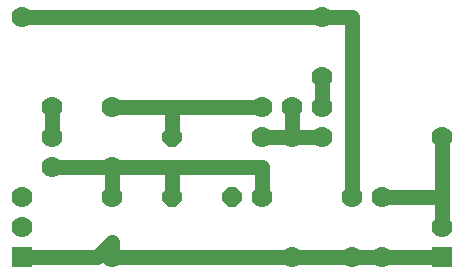
<source format=gbl>
G75*
%MOIN*%
%OFA0B0*%
%FSLAX25Y25*%
%IPPOS*%
%LPD*%
%AMOC8*
5,1,8,0,0,1.08239X$1,22.5*
%
%ADD10R,0.07000X0.07000*%
%ADD11C,0.07000*%
%ADD12OC8,0.06496*%
%ADD13C,0.05000*%
D10*
X0011260Y0011000D03*
X0151260Y0011000D03*
D11*
X0151260Y0021000D03*
X0131260Y0011000D03*
X0121260Y0011000D03*
X0101260Y0011000D03*
X0091260Y0031000D03*
X0121260Y0031000D03*
X0131260Y0031000D03*
X0151260Y0051000D03*
X0111260Y0051000D03*
X0101260Y0051000D03*
X0091260Y0051000D03*
X0091260Y0061000D03*
X0101260Y0061000D03*
X0111260Y0061000D03*
X0111260Y0071000D03*
X0111260Y0091000D03*
X0041260Y0061000D03*
X0021260Y0061000D03*
X0021260Y0051000D03*
X0021260Y0041000D03*
X0011260Y0031000D03*
X0011260Y0021000D03*
X0041260Y0011000D03*
X0041260Y0031000D03*
X0041260Y0041000D03*
X0011260Y0091000D03*
D12*
X0061260Y0051000D03*
X0061260Y0031000D03*
X0081260Y0031000D03*
D13*
X0091260Y0031000D02*
X0091260Y0041000D01*
X0061260Y0041000D01*
X0041260Y0041000D01*
X0041260Y0031000D01*
X0041260Y0041000D02*
X0021260Y0041000D01*
X0021260Y0051000D02*
X0021260Y0061000D01*
X0041260Y0061000D02*
X0061260Y0061000D01*
X0061260Y0051000D01*
X0061260Y0061000D02*
X0091260Y0061000D01*
X0101260Y0061000D02*
X0101260Y0051000D01*
X0091260Y0051000D01*
X0101260Y0051000D02*
X0111260Y0051000D01*
X0111260Y0061000D02*
X0111260Y0071000D01*
X0111260Y0091000D02*
X0106260Y0091000D01*
X0111260Y0091000D02*
X0011260Y0091000D01*
X0061260Y0041000D02*
X0061260Y0031000D01*
X0041260Y0016000D02*
X0041260Y0011000D01*
X0101260Y0011000D01*
X0121260Y0011000D01*
X0151260Y0011000D01*
X0151260Y0021000D02*
X0151260Y0031000D01*
X0131260Y0031000D01*
X0121260Y0031000D02*
X0121260Y0091000D01*
X0111260Y0091000D01*
X0151260Y0051000D02*
X0151260Y0031000D01*
X0041260Y0016000D02*
X0036260Y0011000D01*
X0011260Y0011000D01*
M02*

</source>
